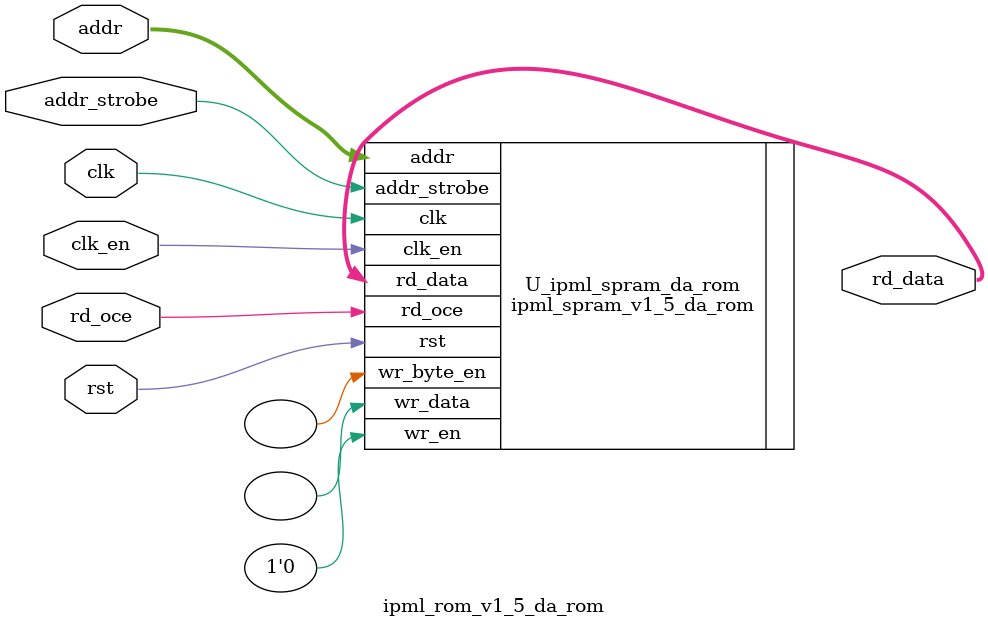
<source format=v>



module ipml_rom_v1_5_da_rom
 #(
    parameter  c_SIM_DEVICE     = "LOGOS"      ,
    parameter  c_ADDR_WIDTH     = 10           ,           //write address width  legal value:1~20 
    parameter  c_DATA_WIDTH     = 32           ,           //write data width     legal value:8~1152
    parameter  c_OUTPUT_REG     = 0            ,           //output register      legal value:1~20
    parameter  c_RD_OCE_EN      = 0            ,
    parameter  c_CLK_EN         = 0            ,
    parameter  c_ADDR_STROBE_EN = 0            ,
    parameter  c_RESET_TYPE     = "ASYNC_RESET",           //ASYNC_RESET_SYNC_RELEASE SYNC_RESET legal valve "ASYNC_RESET_SYNC_RELEASE" "SYNC_RESET" "ASYNC_RESET"
    parameter  c_POWER_OPT      = 0            ,           //0 :normal mode  1:low power mode legal value:0 or 1
    parameter  c_CLK_OR_POL_INV = 0            ,           //clk polarity invert for output register   legal value 1 or 0           
    parameter  c_INIT_FILE      = "NONE"       ,           //legal value:"NONE" or "initial file name"
    parameter  c_INIT_FORMAT    = "BIN"                   //initial data format   legal valve: "bin" or "hex"
    
 )
  (
   
    input  wire [c_ADDR_WIDTH-1 : 0]  addr        ,
    output wire [c_DATA_WIDTH-1 : 0]  rd_data     ,
    input  wire                       clk         ,
    input  wire                       clk_en      ,
    input  wire                       addr_strobe ,
    input  wire                       rst         ,
    input  wire                       rd_oce       
  );

//**********************************************************************************************************************************************   
    
//main code
//*************************************************************************************************************************************
//inner variables

ipml_spram_v1_5_da_rom
 #(
    .c_SIM_DEVICE     (c_SIM_DEVICE),
    .c_ADDR_WIDTH     (c_ADDR_WIDTH),           //write address width  legal value:1~20                              
    .c_DATA_WIDTH     (c_DATA_WIDTH),           //write data width     legal value:8~1152                            
    .c_OUTPUT_REG     (c_OUTPUT_REG),           //output register      legal value:1~20                              
    .c_RD_OCE_EN      (c_RD_OCE_EN),
    .c_ADDR_STROBE_EN (c_ADDR_STROBE_EN),
    .c_CLK_EN         (c_CLK_EN),
    .c_RESET_TYPE     (c_RESET_TYPE),           //legal valve "ASYNC_RESET_SYNC_RELEASE" "SYNC_RESET" "ASYNC_RESET"  
    .c_POWER_OPT      (c_POWER_OPT),            //0 :normal mode  1:low power mode legal value:0 or 1                 
    .c_CLK_OR_POL_INV (c_CLK_OR_POL_INV),       //clk polarity invert for output register legal value 1 or 0         
    .c_INIT_FILE      (c_INIT_FILE),            //legal value:"NONE" or "initial file name"                          
    .c_INIT_FORMAT    (c_INIT_FORMAT),          //initial data format   legal valve: "bin" or "hex"                  
    .c_WR_BYTE_EN     (0),                      //byte write enable    legal value: 0 or 1                            
    .c_BE_WIDTH       (1),                      //byte width legal value: 1~128
    .c_RAM_MODE       ("ROM"),
    .c_WRITE_MODE     ("NORMAL_WRITE")          //global reset enable  legal value 0 or 1                            
 )  U_ipml_spram_da_rom                       //"NORMAL_WRITE"; // TRANSPARENT_WRITE READ_BEFORE_WRITE             
  (
   
    .addr        (addr),
    .wr_data     (),
    .rd_data     (rd_data),
    .wr_en       (1'b0),
    .clk         (clk),
    .clk_en      (clk_en),
    .addr_strobe (addr_strobe),
    .rst         (rst),
    .wr_byte_en  (),
    .rd_oce      (rd_oce) 
  );
 

endmodule


</source>
